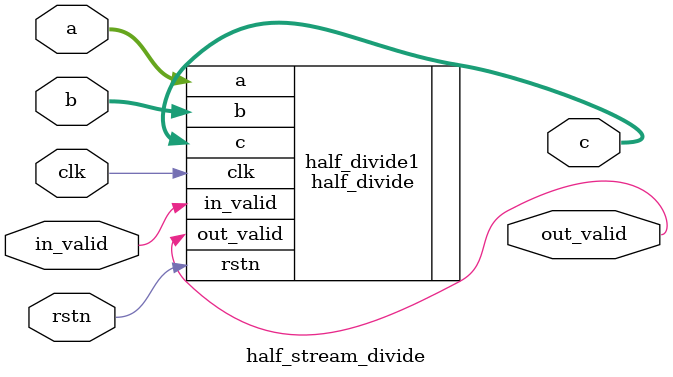
<source format=sv>
/* verilator lint_off WIDTHEXPAND */

module half_stream_divide
#(
parameter BITS = 16,
parameter LENGTH = 10
)
(
input rstn,
input clk,
input in_valid,
input [BITS-1:0] a,
input [BITS-1:0] b,
output logic out_valid,
output logic [BITS-1:0] c
);

half_divide
half_divide1
(
.rstn,
.clk,
.in_valid,
.a,
.b,
.out_valid,
.c
);

endmodule

</source>
